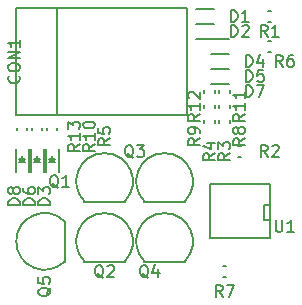
<source format=gbr>
G04 #@! TF.FileFunction,Legend,Top*
%FSLAX46Y46*%
G04 Gerber Fmt 4.6, Leading zero omitted, Abs format (unit mm)*
G04 Created by KiCad (PCBNEW (2015-08-01 BZR 6032, Git 6a6a55f)-product) date 23-Aug-15 5:30:30 PM*
%MOMM*%
G01*
G04 APERTURE LIST*
%ADD10C,0.100000*%
%ADD11C,0.150000*%
G04 APERTURE END LIST*
D10*
D11*
X97599500Y-80589120D02*
X97599500Y-89590880D01*
X94099380Y-80589120D02*
X94099380Y-89590880D01*
X94099380Y-89590880D02*
X108600240Y-89590880D01*
X108600240Y-89590880D02*
X108600240Y-80589120D01*
X108600240Y-80589120D02*
X94099380Y-80589120D01*
X110890000Y-80680000D02*
X109340000Y-80680000D01*
X110890000Y-81880000D02*
X109340000Y-81880000D01*
X110890000Y-81950000D02*
X109340000Y-81950000D01*
X110890000Y-83150000D02*
X109340000Y-83150000D01*
X112160000Y-83220000D02*
X110610000Y-83220000D01*
X112160000Y-84420000D02*
X110610000Y-84420000D01*
X112160000Y-84490000D02*
X110610000Y-84490000D01*
X112160000Y-85690000D02*
X110610000Y-85690000D01*
X112160000Y-85760000D02*
X110610000Y-85760000D01*
X112160000Y-86960000D02*
X110610000Y-86960000D01*
X99900000Y-96950000D02*
X103300000Y-96950000D01*
X99902944Y-96947056D02*
G75*
G02X101600000Y-92850000I1697056J1697056D01*
G01*
X103297056Y-96947056D02*
G75*
G03X101600000Y-92850000I-1697056J1697056D01*
G01*
X99900000Y-102030000D02*
X103300000Y-102030000D01*
X99902944Y-102027056D02*
G75*
G02X101600000Y-97930000I1697056J1697056D01*
G01*
X103297056Y-102027056D02*
G75*
G03X101600000Y-97930000I-1697056J1697056D01*
G01*
X104980000Y-96950000D02*
X108380000Y-96950000D01*
X104982944Y-96947056D02*
G75*
G02X106680000Y-92850000I1697056J1697056D01*
G01*
X108377056Y-96947056D02*
G75*
G03X106680000Y-92850000I-1697056J1697056D01*
G01*
X104980000Y-102030000D02*
X108380000Y-102030000D01*
X104982944Y-102027056D02*
G75*
G02X106680000Y-97930000I1697056J1697056D01*
G01*
X108377056Y-102027056D02*
G75*
G03X106680000Y-97930000I-1697056J1697056D01*
G01*
X98220000Y-102030000D02*
X98220000Y-98630000D01*
X98217056Y-102027056D02*
G75*
G02X94120000Y-100330000I-1697056J1697056D01*
G01*
X98217056Y-98632944D02*
G75*
G03X94120000Y-100330000I-1697056J-1697056D01*
G01*
X115685000Y-80840000D02*
X115455000Y-80840000D01*
X115455000Y-81720000D02*
X115685000Y-81720000D01*
X112915000Y-93150000D02*
X113145000Y-93150000D01*
X113145000Y-92270000D02*
X112915000Y-92270000D01*
X110930000Y-90285000D02*
X110930000Y-90055000D01*
X110050000Y-90055000D02*
X110050000Y-90285000D01*
X111320000Y-90055000D02*
X111320000Y-90285000D01*
X112200000Y-90285000D02*
X112200000Y-90055000D01*
X97595000Y-90920000D02*
X97595000Y-90690000D01*
X96715000Y-90690000D02*
X96715000Y-90920000D01*
X115685000Y-83380000D02*
X115455000Y-83380000D01*
X115455000Y-84260000D02*
X115685000Y-84260000D01*
X111645000Y-103310000D02*
X111875000Y-103310000D01*
X111875000Y-102430000D02*
X111645000Y-102430000D01*
X110930000Y-89015000D02*
X110930000Y-88785000D01*
X110050000Y-88785000D02*
X110050000Y-89015000D01*
X111320000Y-88785000D02*
X111320000Y-89015000D01*
X112200000Y-89015000D02*
X112200000Y-88785000D01*
X96325000Y-90920000D02*
X96325000Y-90690000D01*
X95445000Y-90690000D02*
X95445000Y-90920000D01*
X110930000Y-87745000D02*
X110930000Y-87515000D01*
X110050000Y-87515000D02*
X110050000Y-87745000D01*
X111320000Y-87515000D02*
X111320000Y-87745000D01*
X112200000Y-87745000D02*
X112200000Y-87515000D01*
X95055000Y-90920000D02*
X95055000Y-90690000D01*
X94175000Y-90690000D02*
X94175000Y-90920000D01*
X115570000Y-100076000D02*
X110490000Y-100076000D01*
X110490000Y-100076000D02*
X110490000Y-95504000D01*
X110490000Y-95504000D02*
X115570000Y-95504000D01*
X115570000Y-95504000D02*
X115570000Y-100076000D01*
X115570000Y-98552000D02*
X115062000Y-98552000D01*
X115062000Y-98552000D02*
X115062000Y-97282000D01*
X115062000Y-97282000D02*
X115570000Y-97282000D01*
X97705000Y-94445000D02*
X97705000Y-92545000D01*
X96605000Y-94445000D02*
X96605000Y-92545000D01*
X97155000Y-93545000D02*
X97155000Y-93095000D01*
X96905000Y-93595000D02*
X97405000Y-93595000D01*
X97155000Y-93595000D02*
X96905000Y-93345000D01*
X96905000Y-93345000D02*
X97405000Y-93345000D01*
X97405000Y-93345000D02*
X97155000Y-93595000D01*
X96435000Y-94445000D02*
X96435000Y-92545000D01*
X95335000Y-94445000D02*
X95335000Y-92545000D01*
X95885000Y-93545000D02*
X95885000Y-93095000D01*
X95635000Y-93595000D02*
X96135000Y-93595000D01*
X95885000Y-93595000D02*
X95635000Y-93345000D01*
X95635000Y-93345000D02*
X96135000Y-93345000D01*
X96135000Y-93345000D02*
X95885000Y-93595000D01*
X95165000Y-94445000D02*
X95165000Y-92545000D01*
X94065000Y-94445000D02*
X94065000Y-92545000D01*
X94615000Y-93545000D02*
X94615000Y-93095000D01*
X94365000Y-93595000D02*
X94865000Y-93595000D01*
X94615000Y-93595000D02*
X94365000Y-93345000D01*
X94365000Y-93345000D02*
X94865000Y-93345000D01*
X94865000Y-93345000D02*
X94615000Y-93595000D01*
X94337143Y-86304285D02*
X94384762Y-86351904D01*
X94432381Y-86494761D01*
X94432381Y-86589999D01*
X94384762Y-86732857D01*
X94289524Y-86828095D01*
X94194286Y-86875714D01*
X94003810Y-86923333D01*
X93860952Y-86923333D01*
X93670476Y-86875714D01*
X93575238Y-86828095D01*
X93480000Y-86732857D01*
X93432381Y-86589999D01*
X93432381Y-86494761D01*
X93480000Y-86351904D01*
X93527619Y-86304285D01*
X93432381Y-85685238D02*
X93432381Y-85494761D01*
X93480000Y-85399523D01*
X93575238Y-85304285D01*
X93765714Y-85256666D01*
X94099048Y-85256666D01*
X94289524Y-85304285D01*
X94384762Y-85399523D01*
X94432381Y-85494761D01*
X94432381Y-85685238D01*
X94384762Y-85780476D01*
X94289524Y-85875714D01*
X94099048Y-85923333D01*
X93765714Y-85923333D01*
X93575238Y-85875714D01*
X93480000Y-85780476D01*
X93432381Y-85685238D01*
X94432381Y-84828095D02*
X93432381Y-84828095D01*
X94432381Y-84256666D01*
X93432381Y-84256666D01*
X94432381Y-83256666D02*
X94432381Y-83828095D01*
X94432381Y-83542381D02*
X93432381Y-83542381D01*
X93575238Y-83637619D01*
X93670476Y-83732857D01*
X93718095Y-83828095D01*
X112291905Y-81732381D02*
X112291905Y-80732381D01*
X112530000Y-80732381D01*
X112672858Y-80780000D01*
X112768096Y-80875238D01*
X112815715Y-80970476D01*
X112863334Y-81160952D01*
X112863334Y-81303810D01*
X112815715Y-81494286D01*
X112768096Y-81589524D01*
X112672858Y-81684762D01*
X112530000Y-81732381D01*
X112291905Y-81732381D01*
X113815715Y-81732381D02*
X113244286Y-81732381D01*
X113530000Y-81732381D02*
X113530000Y-80732381D01*
X113434762Y-80875238D01*
X113339524Y-80970476D01*
X113244286Y-81018095D01*
X112291905Y-83002381D02*
X112291905Y-82002381D01*
X112530000Y-82002381D01*
X112672858Y-82050000D01*
X112768096Y-82145238D01*
X112815715Y-82240476D01*
X112863334Y-82430952D01*
X112863334Y-82573810D01*
X112815715Y-82764286D01*
X112768096Y-82859524D01*
X112672858Y-82954762D01*
X112530000Y-83002381D01*
X112291905Y-83002381D01*
X113244286Y-82097619D02*
X113291905Y-82050000D01*
X113387143Y-82002381D01*
X113625239Y-82002381D01*
X113720477Y-82050000D01*
X113768096Y-82097619D01*
X113815715Y-82192857D01*
X113815715Y-82288095D01*
X113768096Y-82430952D01*
X113196667Y-83002381D01*
X113815715Y-83002381D01*
X113561905Y-85542381D02*
X113561905Y-84542381D01*
X113800000Y-84542381D01*
X113942858Y-84590000D01*
X114038096Y-84685238D01*
X114085715Y-84780476D01*
X114133334Y-84970952D01*
X114133334Y-85113810D01*
X114085715Y-85304286D01*
X114038096Y-85399524D01*
X113942858Y-85494762D01*
X113800000Y-85542381D01*
X113561905Y-85542381D01*
X114990477Y-84875714D02*
X114990477Y-85542381D01*
X114752381Y-84494762D02*
X114514286Y-85209048D01*
X115133334Y-85209048D01*
X113561905Y-86812381D02*
X113561905Y-85812381D01*
X113800000Y-85812381D01*
X113942858Y-85860000D01*
X114038096Y-85955238D01*
X114085715Y-86050476D01*
X114133334Y-86240952D01*
X114133334Y-86383810D01*
X114085715Y-86574286D01*
X114038096Y-86669524D01*
X113942858Y-86764762D01*
X113800000Y-86812381D01*
X113561905Y-86812381D01*
X115038096Y-85812381D02*
X114561905Y-85812381D01*
X114514286Y-86288571D01*
X114561905Y-86240952D01*
X114657143Y-86193333D01*
X114895239Y-86193333D01*
X114990477Y-86240952D01*
X115038096Y-86288571D01*
X115085715Y-86383810D01*
X115085715Y-86621905D01*
X115038096Y-86717143D01*
X114990477Y-86764762D01*
X114895239Y-86812381D01*
X114657143Y-86812381D01*
X114561905Y-86764762D01*
X114514286Y-86717143D01*
X113561905Y-88082381D02*
X113561905Y-87082381D01*
X113800000Y-87082381D01*
X113942858Y-87130000D01*
X114038096Y-87225238D01*
X114085715Y-87320476D01*
X114133334Y-87510952D01*
X114133334Y-87653810D01*
X114085715Y-87844286D01*
X114038096Y-87939524D01*
X113942858Y-88034762D01*
X113800000Y-88082381D01*
X113561905Y-88082381D01*
X114466667Y-87082381D02*
X115133334Y-87082381D01*
X114704762Y-88082381D01*
X97694762Y-95797619D02*
X97599524Y-95750000D01*
X97504286Y-95654762D01*
X97361429Y-95511905D01*
X97266190Y-95464286D01*
X97170952Y-95464286D01*
X97218571Y-95702381D02*
X97123333Y-95654762D01*
X97028095Y-95559524D01*
X96980476Y-95369048D01*
X96980476Y-95035714D01*
X97028095Y-94845238D01*
X97123333Y-94750000D01*
X97218571Y-94702381D01*
X97409048Y-94702381D01*
X97504286Y-94750000D01*
X97599524Y-94845238D01*
X97647143Y-95035714D01*
X97647143Y-95369048D01*
X97599524Y-95559524D01*
X97504286Y-95654762D01*
X97409048Y-95702381D01*
X97218571Y-95702381D01*
X98599524Y-95702381D02*
X98028095Y-95702381D01*
X98313809Y-95702381D02*
X98313809Y-94702381D01*
X98218571Y-94845238D01*
X98123333Y-94940476D01*
X98028095Y-94988095D01*
X101504762Y-103417619D02*
X101409524Y-103370000D01*
X101314286Y-103274762D01*
X101171429Y-103131905D01*
X101076190Y-103084286D01*
X100980952Y-103084286D01*
X101028571Y-103322381D02*
X100933333Y-103274762D01*
X100838095Y-103179524D01*
X100790476Y-102989048D01*
X100790476Y-102655714D01*
X100838095Y-102465238D01*
X100933333Y-102370000D01*
X101028571Y-102322381D01*
X101219048Y-102322381D01*
X101314286Y-102370000D01*
X101409524Y-102465238D01*
X101457143Y-102655714D01*
X101457143Y-102989048D01*
X101409524Y-103179524D01*
X101314286Y-103274762D01*
X101219048Y-103322381D01*
X101028571Y-103322381D01*
X101838095Y-102417619D02*
X101885714Y-102370000D01*
X101980952Y-102322381D01*
X102219048Y-102322381D01*
X102314286Y-102370000D01*
X102361905Y-102417619D01*
X102409524Y-102512857D01*
X102409524Y-102608095D01*
X102361905Y-102750952D01*
X101790476Y-103322381D01*
X102409524Y-103322381D01*
X104044762Y-93257619D02*
X103949524Y-93210000D01*
X103854286Y-93114762D01*
X103711429Y-92971905D01*
X103616190Y-92924286D01*
X103520952Y-92924286D01*
X103568571Y-93162381D02*
X103473333Y-93114762D01*
X103378095Y-93019524D01*
X103330476Y-92829048D01*
X103330476Y-92495714D01*
X103378095Y-92305238D01*
X103473333Y-92210000D01*
X103568571Y-92162381D01*
X103759048Y-92162381D01*
X103854286Y-92210000D01*
X103949524Y-92305238D01*
X103997143Y-92495714D01*
X103997143Y-92829048D01*
X103949524Y-93019524D01*
X103854286Y-93114762D01*
X103759048Y-93162381D01*
X103568571Y-93162381D01*
X104330476Y-92162381D02*
X104949524Y-92162381D01*
X104616190Y-92543333D01*
X104759048Y-92543333D01*
X104854286Y-92590952D01*
X104901905Y-92638571D01*
X104949524Y-92733810D01*
X104949524Y-92971905D01*
X104901905Y-93067143D01*
X104854286Y-93114762D01*
X104759048Y-93162381D01*
X104473333Y-93162381D01*
X104378095Y-93114762D01*
X104330476Y-93067143D01*
X105314762Y-103417619D02*
X105219524Y-103370000D01*
X105124286Y-103274762D01*
X104981429Y-103131905D01*
X104886190Y-103084286D01*
X104790952Y-103084286D01*
X104838571Y-103322381D02*
X104743333Y-103274762D01*
X104648095Y-103179524D01*
X104600476Y-102989048D01*
X104600476Y-102655714D01*
X104648095Y-102465238D01*
X104743333Y-102370000D01*
X104838571Y-102322381D01*
X105029048Y-102322381D01*
X105124286Y-102370000D01*
X105219524Y-102465238D01*
X105267143Y-102655714D01*
X105267143Y-102989048D01*
X105219524Y-103179524D01*
X105124286Y-103274762D01*
X105029048Y-103322381D01*
X104838571Y-103322381D01*
X106124286Y-102655714D02*
X106124286Y-103322381D01*
X105886190Y-102274762D02*
X105648095Y-102989048D01*
X106267143Y-102989048D01*
X97067619Y-104235238D02*
X97020000Y-104330476D01*
X96924762Y-104425714D01*
X96781905Y-104568571D01*
X96734286Y-104663810D01*
X96734286Y-104759048D01*
X96972381Y-104711429D02*
X96924762Y-104806667D01*
X96829524Y-104901905D01*
X96639048Y-104949524D01*
X96305714Y-104949524D01*
X96115238Y-104901905D01*
X96020000Y-104806667D01*
X95972381Y-104711429D01*
X95972381Y-104520952D01*
X96020000Y-104425714D01*
X96115238Y-104330476D01*
X96305714Y-104282857D01*
X96639048Y-104282857D01*
X96829524Y-104330476D01*
X96924762Y-104425714D01*
X96972381Y-104520952D01*
X96972381Y-104711429D01*
X95972381Y-103378095D02*
X95972381Y-103854286D01*
X96448571Y-103901905D01*
X96400952Y-103854286D01*
X96353333Y-103759048D01*
X96353333Y-103520952D01*
X96400952Y-103425714D01*
X96448571Y-103378095D01*
X96543810Y-103330476D01*
X96781905Y-103330476D01*
X96877143Y-103378095D01*
X96924762Y-103425714D01*
X96972381Y-103520952D01*
X96972381Y-103759048D01*
X96924762Y-103854286D01*
X96877143Y-103901905D01*
X115403334Y-83002381D02*
X115070000Y-82526190D01*
X114831905Y-83002381D02*
X114831905Y-82002381D01*
X115212858Y-82002381D01*
X115308096Y-82050000D01*
X115355715Y-82097619D01*
X115403334Y-82192857D01*
X115403334Y-82335714D01*
X115355715Y-82430952D01*
X115308096Y-82478571D01*
X115212858Y-82526190D01*
X114831905Y-82526190D01*
X116355715Y-83002381D02*
X115784286Y-83002381D01*
X116070000Y-83002381D02*
X116070000Y-82002381D01*
X115974762Y-82145238D01*
X115879524Y-82240476D01*
X115784286Y-82288095D01*
X115403334Y-93162381D02*
X115070000Y-92686190D01*
X114831905Y-93162381D02*
X114831905Y-92162381D01*
X115212858Y-92162381D01*
X115308096Y-92210000D01*
X115355715Y-92257619D01*
X115403334Y-92352857D01*
X115403334Y-92495714D01*
X115355715Y-92590952D01*
X115308096Y-92638571D01*
X115212858Y-92686190D01*
X114831905Y-92686190D01*
X115784286Y-92257619D02*
X115831905Y-92210000D01*
X115927143Y-92162381D01*
X116165239Y-92162381D01*
X116260477Y-92210000D01*
X116308096Y-92257619D01*
X116355715Y-92352857D01*
X116355715Y-92448095D01*
X116308096Y-92590952D01*
X115736667Y-93162381D01*
X116355715Y-93162381D01*
X112212381Y-92876666D02*
X111736190Y-93210000D01*
X112212381Y-93448095D02*
X111212381Y-93448095D01*
X111212381Y-93067142D01*
X111260000Y-92971904D01*
X111307619Y-92924285D01*
X111402857Y-92876666D01*
X111545714Y-92876666D01*
X111640952Y-92924285D01*
X111688571Y-92971904D01*
X111736190Y-93067142D01*
X111736190Y-93448095D01*
X111212381Y-92543333D02*
X111212381Y-91924285D01*
X111593333Y-92257619D01*
X111593333Y-92114761D01*
X111640952Y-92019523D01*
X111688571Y-91971904D01*
X111783810Y-91924285D01*
X112021905Y-91924285D01*
X112117143Y-91971904D01*
X112164762Y-92019523D01*
X112212381Y-92114761D01*
X112212381Y-92400476D01*
X112164762Y-92495714D01*
X112117143Y-92543333D01*
X110942381Y-92876666D02*
X110466190Y-93210000D01*
X110942381Y-93448095D02*
X109942381Y-93448095D01*
X109942381Y-93067142D01*
X109990000Y-92971904D01*
X110037619Y-92924285D01*
X110132857Y-92876666D01*
X110275714Y-92876666D01*
X110370952Y-92924285D01*
X110418571Y-92971904D01*
X110466190Y-93067142D01*
X110466190Y-93448095D01*
X110275714Y-92019523D02*
X110942381Y-92019523D01*
X109894762Y-92257619D02*
X110609048Y-92495714D01*
X110609048Y-91876666D01*
X102052381Y-91606666D02*
X101576190Y-91940000D01*
X102052381Y-92178095D02*
X101052381Y-92178095D01*
X101052381Y-91797142D01*
X101100000Y-91701904D01*
X101147619Y-91654285D01*
X101242857Y-91606666D01*
X101385714Y-91606666D01*
X101480952Y-91654285D01*
X101528571Y-91701904D01*
X101576190Y-91797142D01*
X101576190Y-92178095D01*
X101052381Y-90701904D02*
X101052381Y-91178095D01*
X101528571Y-91225714D01*
X101480952Y-91178095D01*
X101433333Y-91082857D01*
X101433333Y-90844761D01*
X101480952Y-90749523D01*
X101528571Y-90701904D01*
X101623810Y-90654285D01*
X101861905Y-90654285D01*
X101957143Y-90701904D01*
X102004762Y-90749523D01*
X102052381Y-90844761D01*
X102052381Y-91082857D01*
X102004762Y-91178095D01*
X101957143Y-91225714D01*
X116673334Y-85542381D02*
X116340000Y-85066190D01*
X116101905Y-85542381D02*
X116101905Y-84542381D01*
X116482858Y-84542381D01*
X116578096Y-84590000D01*
X116625715Y-84637619D01*
X116673334Y-84732857D01*
X116673334Y-84875714D01*
X116625715Y-84970952D01*
X116578096Y-85018571D01*
X116482858Y-85066190D01*
X116101905Y-85066190D01*
X117530477Y-84542381D02*
X117340000Y-84542381D01*
X117244762Y-84590000D01*
X117197143Y-84637619D01*
X117101905Y-84780476D01*
X117054286Y-84970952D01*
X117054286Y-85351905D01*
X117101905Y-85447143D01*
X117149524Y-85494762D01*
X117244762Y-85542381D01*
X117435239Y-85542381D01*
X117530477Y-85494762D01*
X117578096Y-85447143D01*
X117625715Y-85351905D01*
X117625715Y-85113810D01*
X117578096Y-85018571D01*
X117530477Y-84970952D01*
X117435239Y-84923333D01*
X117244762Y-84923333D01*
X117149524Y-84970952D01*
X117101905Y-85018571D01*
X117054286Y-85113810D01*
X111593334Y-105022381D02*
X111260000Y-104546190D01*
X111021905Y-105022381D02*
X111021905Y-104022381D01*
X111402858Y-104022381D01*
X111498096Y-104070000D01*
X111545715Y-104117619D01*
X111593334Y-104212857D01*
X111593334Y-104355714D01*
X111545715Y-104450952D01*
X111498096Y-104498571D01*
X111402858Y-104546190D01*
X111021905Y-104546190D01*
X111926667Y-104022381D02*
X112593334Y-104022381D01*
X112164762Y-105022381D01*
X113482381Y-91606666D02*
X113006190Y-91940000D01*
X113482381Y-92178095D02*
X112482381Y-92178095D01*
X112482381Y-91797142D01*
X112530000Y-91701904D01*
X112577619Y-91654285D01*
X112672857Y-91606666D01*
X112815714Y-91606666D01*
X112910952Y-91654285D01*
X112958571Y-91701904D01*
X113006190Y-91797142D01*
X113006190Y-92178095D01*
X112910952Y-91035238D02*
X112863333Y-91130476D01*
X112815714Y-91178095D01*
X112720476Y-91225714D01*
X112672857Y-91225714D01*
X112577619Y-91178095D01*
X112530000Y-91130476D01*
X112482381Y-91035238D01*
X112482381Y-90844761D01*
X112530000Y-90749523D01*
X112577619Y-90701904D01*
X112672857Y-90654285D01*
X112720476Y-90654285D01*
X112815714Y-90701904D01*
X112863333Y-90749523D01*
X112910952Y-90844761D01*
X112910952Y-91035238D01*
X112958571Y-91130476D01*
X113006190Y-91178095D01*
X113101429Y-91225714D01*
X113291905Y-91225714D01*
X113387143Y-91178095D01*
X113434762Y-91130476D01*
X113482381Y-91035238D01*
X113482381Y-90844761D01*
X113434762Y-90749523D01*
X113387143Y-90701904D01*
X113291905Y-90654285D01*
X113101429Y-90654285D01*
X113006190Y-90701904D01*
X112958571Y-90749523D01*
X112910952Y-90844761D01*
X109672381Y-91606666D02*
X109196190Y-91940000D01*
X109672381Y-92178095D02*
X108672381Y-92178095D01*
X108672381Y-91797142D01*
X108720000Y-91701904D01*
X108767619Y-91654285D01*
X108862857Y-91606666D01*
X109005714Y-91606666D01*
X109100952Y-91654285D01*
X109148571Y-91701904D01*
X109196190Y-91797142D01*
X109196190Y-92178095D01*
X109672381Y-91130476D02*
X109672381Y-90940000D01*
X109624762Y-90844761D01*
X109577143Y-90797142D01*
X109434286Y-90701904D01*
X109243810Y-90654285D01*
X108862857Y-90654285D01*
X108767619Y-90701904D01*
X108720000Y-90749523D01*
X108672381Y-90844761D01*
X108672381Y-91035238D01*
X108720000Y-91130476D01*
X108767619Y-91178095D01*
X108862857Y-91225714D01*
X109100952Y-91225714D01*
X109196190Y-91178095D01*
X109243810Y-91130476D01*
X109291429Y-91035238D01*
X109291429Y-90844761D01*
X109243810Y-90749523D01*
X109196190Y-90701904D01*
X109100952Y-90654285D01*
X100782381Y-92082857D02*
X100306190Y-92416191D01*
X100782381Y-92654286D02*
X99782381Y-92654286D01*
X99782381Y-92273333D01*
X99830000Y-92178095D01*
X99877619Y-92130476D01*
X99972857Y-92082857D01*
X100115714Y-92082857D01*
X100210952Y-92130476D01*
X100258571Y-92178095D01*
X100306190Y-92273333D01*
X100306190Y-92654286D01*
X100782381Y-91130476D02*
X100782381Y-91701905D01*
X100782381Y-91416191D02*
X99782381Y-91416191D01*
X99925238Y-91511429D01*
X100020476Y-91606667D01*
X100068095Y-91701905D01*
X99782381Y-90511429D02*
X99782381Y-90416190D01*
X99830000Y-90320952D01*
X99877619Y-90273333D01*
X99972857Y-90225714D01*
X100163333Y-90178095D01*
X100401429Y-90178095D01*
X100591905Y-90225714D01*
X100687143Y-90273333D01*
X100734762Y-90320952D01*
X100782381Y-90416190D01*
X100782381Y-90511429D01*
X100734762Y-90606667D01*
X100687143Y-90654286D01*
X100591905Y-90701905D01*
X100401429Y-90749524D01*
X100163333Y-90749524D01*
X99972857Y-90701905D01*
X99877619Y-90654286D01*
X99830000Y-90606667D01*
X99782381Y-90511429D01*
X113482381Y-89542857D02*
X113006190Y-89876191D01*
X113482381Y-90114286D02*
X112482381Y-90114286D01*
X112482381Y-89733333D01*
X112530000Y-89638095D01*
X112577619Y-89590476D01*
X112672857Y-89542857D01*
X112815714Y-89542857D01*
X112910952Y-89590476D01*
X112958571Y-89638095D01*
X113006190Y-89733333D01*
X113006190Y-90114286D01*
X113482381Y-88590476D02*
X113482381Y-89161905D01*
X113482381Y-88876191D02*
X112482381Y-88876191D01*
X112625238Y-88971429D01*
X112720476Y-89066667D01*
X112768095Y-89161905D01*
X113482381Y-87638095D02*
X113482381Y-88209524D01*
X113482381Y-87923810D02*
X112482381Y-87923810D01*
X112625238Y-88019048D01*
X112720476Y-88114286D01*
X112768095Y-88209524D01*
X109672381Y-89542857D02*
X109196190Y-89876191D01*
X109672381Y-90114286D02*
X108672381Y-90114286D01*
X108672381Y-89733333D01*
X108720000Y-89638095D01*
X108767619Y-89590476D01*
X108862857Y-89542857D01*
X109005714Y-89542857D01*
X109100952Y-89590476D01*
X109148571Y-89638095D01*
X109196190Y-89733333D01*
X109196190Y-90114286D01*
X109672381Y-88590476D02*
X109672381Y-89161905D01*
X109672381Y-88876191D02*
X108672381Y-88876191D01*
X108815238Y-88971429D01*
X108910476Y-89066667D01*
X108958095Y-89161905D01*
X108767619Y-88209524D02*
X108720000Y-88161905D01*
X108672381Y-88066667D01*
X108672381Y-87828571D01*
X108720000Y-87733333D01*
X108767619Y-87685714D01*
X108862857Y-87638095D01*
X108958095Y-87638095D01*
X109100952Y-87685714D01*
X109672381Y-88257143D01*
X109672381Y-87638095D01*
X99512381Y-92082857D02*
X99036190Y-92416191D01*
X99512381Y-92654286D02*
X98512381Y-92654286D01*
X98512381Y-92273333D01*
X98560000Y-92178095D01*
X98607619Y-92130476D01*
X98702857Y-92082857D01*
X98845714Y-92082857D01*
X98940952Y-92130476D01*
X98988571Y-92178095D01*
X99036190Y-92273333D01*
X99036190Y-92654286D01*
X99512381Y-91130476D02*
X99512381Y-91701905D01*
X99512381Y-91416191D02*
X98512381Y-91416191D01*
X98655238Y-91511429D01*
X98750476Y-91606667D01*
X98798095Y-91701905D01*
X98512381Y-90797143D02*
X98512381Y-90178095D01*
X98893333Y-90511429D01*
X98893333Y-90368571D01*
X98940952Y-90273333D01*
X98988571Y-90225714D01*
X99083810Y-90178095D01*
X99321905Y-90178095D01*
X99417143Y-90225714D01*
X99464762Y-90273333D01*
X99512381Y-90368571D01*
X99512381Y-90654286D01*
X99464762Y-90749524D01*
X99417143Y-90797143D01*
X116078095Y-98512381D02*
X116078095Y-99321905D01*
X116125714Y-99417143D01*
X116173333Y-99464762D01*
X116268571Y-99512381D01*
X116459048Y-99512381D01*
X116554286Y-99464762D01*
X116601905Y-99417143D01*
X116649524Y-99321905D01*
X116649524Y-98512381D01*
X117649524Y-99512381D02*
X117078095Y-99512381D01*
X117363809Y-99512381D02*
X117363809Y-98512381D01*
X117268571Y-98655238D01*
X117173333Y-98750476D01*
X117078095Y-98798095D01*
X96972381Y-97258095D02*
X95972381Y-97258095D01*
X95972381Y-97020000D01*
X96020000Y-96877142D01*
X96115238Y-96781904D01*
X96210476Y-96734285D01*
X96400952Y-96686666D01*
X96543810Y-96686666D01*
X96734286Y-96734285D01*
X96829524Y-96781904D01*
X96924762Y-96877142D01*
X96972381Y-97020000D01*
X96972381Y-97258095D01*
X95972381Y-96353333D02*
X95972381Y-95734285D01*
X96353333Y-96067619D01*
X96353333Y-95924761D01*
X96400952Y-95829523D01*
X96448571Y-95781904D01*
X96543810Y-95734285D01*
X96781905Y-95734285D01*
X96877143Y-95781904D01*
X96924762Y-95829523D01*
X96972381Y-95924761D01*
X96972381Y-96210476D01*
X96924762Y-96305714D01*
X96877143Y-96353333D01*
X95702381Y-97258095D02*
X94702381Y-97258095D01*
X94702381Y-97020000D01*
X94750000Y-96877142D01*
X94845238Y-96781904D01*
X94940476Y-96734285D01*
X95130952Y-96686666D01*
X95273810Y-96686666D01*
X95464286Y-96734285D01*
X95559524Y-96781904D01*
X95654762Y-96877142D01*
X95702381Y-97020000D01*
X95702381Y-97258095D01*
X94702381Y-95829523D02*
X94702381Y-96020000D01*
X94750000Y-96115238D01*
X94797619Y-96162857D01*
X94940476Y-96258095D01*
X95130952Y-96305714D01*
X95511905Y-96305714D01*
X95607143Y-96258095D01*
X95654762Y-96210476D01*
X95702381Y-96115238D01*
X95702381Y-95924761D01*
X95654762Y-95829523D01*
X95607143Y-95781904D01*
X95511905Y-95734285D01*
X95273810Y-95734285D01*
X95178571Y-95781904D01*
X95130952Y-95829523D01*
X95083333Y-95924761D01*
X95083333Y-96115238D01*
X95130952Y-96210476D01*
X95178571Y-96258095D01*
X95273810Y-96305714D01*
X94432381Y-97258095D02*
X93432381Y-97258095D01*
X93432381Y-97020000D01*
X93480000Y-96877142D01*
X93575238Y-96781904D01*
X93670476Y-96734285D01*
X93860952Y-96686666D01*
X94003810Y-96686666D01*
X94194286Y-96734285D01*
X94289524Y-96781904D01*
X94384762Y-96877142D01*
X94432381Y-97020000D01*
X94432381Y-97258095D01*
X93860952Y-96115238D02*
X93813333Y-96210476D01*
X93765714Y-96258095D01*
X93670476Y-96305714D01*
X93622857Y-96305714D01*
X93527619Y-96258095D01*
X93480000Y-96210476D01*
X93432381Y-96115238D01*
X93432381Y-95924761D01*
X93480000Y-95829523D01*
X93527619Y-95781904D01*
X93622857Y-95734285D01*
X93670476Y-95734285D01*
X93765714Y-95781904D01*
X93813333Y-95829523D01*
X93860952Y-95924761D01*
X93860952Y-96115238D01*
X93908571Y-96210476D01*
X93956190Y-96258095D01*
X94051429Y-96305714D01*
X94241905Y-96305714D01*
X94337143Y-96258095D01*
X94384762Y-96210476D01*
X94432381Y-96115238D01*
X94432381Y-95924761D01*
X94384762Y-95829523D01*
X94337143Y-95781904D01*
X94241905Y-95734285D01*
X94051429Y-95734285D01*
X93956190Y-95781904D01*
X93908571Y-95829523D01*
X93860952Y-95924761D01*
M02*

</source>
